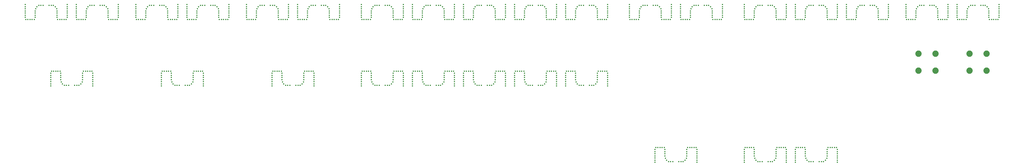
<source format=gbr>
G04 #@! TF.GenerationSoftware,KiCad,Pcbnew,(5.1.2)-2*
G04 #@! TF.CreationDate,2019-08-10T23:44:23-05:00*
G04 #@! TF.ProjectId,front_end,66726f6e-745f-4656-9e64-2e6b69636164,rev?*
G04 #@! TF.SameCoordinates,Original*
G04 #@! TF.FileFunction,Copper,L3,Inr*
G04 #@! TF.FilePolarity,Positive*
%FSLAX46Y46*%
G04 Gerber Fmt 4.6, Leading zero omitted, Abs format (unit mm)*
G04 Created by KiCad (PCBNEW (5.1.2)-2) date 2019-08-10 23:44:23*
%MOMM*%
%LPD*%
G04 APERTURE LIST*
%ADD10C,0.431800*%
%ADD11C,1.890000*%
G04 APERTURE END LIST*
D10*
X190576200Y-127762000D03*
X190576200Y-127127000D03*
X190576200Y-125857000D03*
X190576200Y-126492000D03*
X190576200Y-125222000D03*
X190576200Y-124587000D03*
X190576200Y-123952000D03*
X203123800Y-127762000D03*
X203123800Y-127127000D03*
X203123800Y-126492000D03*
X203123800Y-125857000D03*
X203123800Y-125222000D03*
X203123800Y-124587000D03*
X203123800Y-123952000D03*
X200101200Y-123952000D03*
X200101200Y-124587000D03*
X200101200Y-125222000D03*
X200101200Y-125857000D03*
X199974200Y-126517400D03*
X199593200Y-127127000D03*
X197764400Y-127541020D03*
X198399400Y-127541020D03*
X199034400Y-127541020D03*
X195300600Y-127541020D03*
X195935600Y-127541020D03*
X194106800Y-127127000D03*
X193598800Y-124587000D03*
X193598800Y-125222000D03*
X193598800Y-125857000D03*
X194665600Y-127541020D03*
X193725800Y-126517400D03*
X193598800Y-123952000D03*
X202285600Y-123342400D03*
X200380600Y-123342400D03*
X201650600Y-123342400D03*
X201015600Y-123342400D03*
X202920600Y-123342400D03*
X192760600Y-123342400D03*
X190855600Y-123342400D03*
X192125600Y-123342400D03*
X191490600Y-123342400D03*
X193395600Y-123342400D03*
X286943800Y-103378000D03*
X286943800Y-104013000D03*
X286943800Y-105283000D03*
X286943800Y-104648000D03*
X286943800Y-105918000D03*
X286943800Y-106553000D03*
X286943800Y-107188000D03*
X274396200Y-103378000D03*
X274396200Y-104013000D03*
X274396200Y-104648000D03*
X274396200Y-105283000D03*
X274396200Y-105918000D03*
X274396200Y-106553000D03*
X274396200Y-107188000D03*
X277418800Y-107188000D03*
X277418800Y-106553000D03*
X277418800Y-105918000D03*
X277418800Y-105283000D03*
X277545800Y-104622600D03*
X277926800Y-104013000D03*
X279755600Y-103598980D03*
X279120600Y-103598980D03*
X278485600Y-103598980D03*
X282219400Y-103598980D03*
X281584400Y-103598980D03*
X283413200Y-104013000D03*
X283921200Y-106553000D03*
X283921200Y-105918000D03*
X283921200Y-105283000D03*
X282854400Y-103598980D03*
X283794200Y-104622600D03*
X283921200Y-107188000D03*
X275234400Y-107797600D03*
X277139400Y-107797600D03*
X275869400Y-107797600D03*
X276504400Y-107797600D03*
X274599400Y-107797600D03*
X284759400Y-107797600D03*
X286664400Y-107797600D03*
X285394400Y-107797600D03*
X286029400Y-107797600D03*
X284124400Y-107797600D03*
X302183800Y-103378000D03*
X302183800Y-104013000D03*
X302183800Y-105283000D03*
X302183800Y-104648000D03*
X302183800Y-105918000D03*
X302183800Y-106553000D03*
X302183800Y-107188000D03*
X289636200Y-103378000D03*
X289636200Y-104013000D03*
X289636200Y-104648000D03*
X289636200Y-105283000D03*
X289636200Y-105918000D03*
X289636200Y-106553000D03*
X289636200Y-107188000D03*
X292658800Y-107188000D03*
X292658800Y-106553000D03*
X292658800Y-105918000D03*
X292658800Y-105283000D03*
X292785800Y-104622600D03*
X293166800Y-104013000D03*
X294995600Y-103598980D03*
X294360600Y-103598980D03*
X293725600Y-103598980D03*
X297459400Y-103598980D03*
X296824400Y-103598980D03*
X298653200Y-104013000D03*
X299161200Y-106553000D03*
X299161200Y-105918000D03*
X299161200Y-105283000D03*
X298094400Y-103598980D03*
X299034200Y-104622600D03*
X299161200Y-107188000D03*
X290474400Y-107797600D03*
X292379400Y-107797600D03*
X291109400Y-107797600D03*
X291744400Y-107797600D03*
X289839400Y-107797600D03*
X299999400Y-107797600D03*
X301904400Y-107797600D03*
X300634400Y-107797600D03*
X301269400Y-107797600D03*
X299364400Y-107797600D03*
X317423800Y-103378000D03*
X317423800Y-104013000D03*
X317423800Y-105283000D03*
X317423800Y-104648000D03*
X317423800Y-105918000D03*
X317423800Y-106553000D03*
X317423800Y-107188000D03*
X304876200Y-103378000D03*
X304876200Y-104013000D03*
X304876200Y-104648000D03*
X304876200Y-105283000D03*
X304876200Y-105918000D03*
X304876200Y-106553000D03*
X304876200Y-107188000D03*
X307898800Y-107188000D03*
X307898800Y-106553000D03*
X307898800Y-105918000D03*
X307898800Y-105283000D03*
X308025800Y-104622600D03*
X308406800Y-104013000D03*
X310235600Y-103598980D03*
X309600600Y-103598980D03*
X308965600Y-103598980D03*
X312699400Y-103598980D03*
X312064400Y-103598980D03*
X313893200Y-104013000D03*
X314401200Y-106553000D03*
X314401200Y-105918000D03*
X314401200Y-105283000D03*
X313334400Y-103598980D03*
X314274200Y-104622600D03*
X314401200Y-107188000D03*
X305714400Y-107797600D03*
X307619400Y-107797600D03*
X306349400Y-107797600D03*
X306984400Y-107797600D03*
X305079400Y-107797600D03*
X315239400Y-107797600D03*
X317144400Y-107797600D03*
X315874400Y-107797600D03*
X316509400Y-107797600D03*
X314604400Y-107797600D03*
X335203800Y-103378000D03*
X335203800Y-104013000D03*
X335203800Y-105283000D03*
X335203800Y-104648000D03*
X335203800Y-105918000D03*
X335203800Y-106553000D03*
X335203800Y-107188000D03*
X322656200Y-103378000D03*
X322656200Y-104013000D03*
X322656200Y-104648000D03*
X322656200Y-105283000D03*
X322656200Y-105918000D03*
X322656200Y-106553000D03*
X322656200Y-107188000D03*
X325678800Y-107188000D03*
X325678800Y-106553000D03*
X325678800Y-105918000D03*
X325678800Y-105283000D03*
X325805800Y-104622600D03*
X326186800Y-104013000D03*
X328015600Y-103598980D03*
X327380600Y-103598980D03*
X326745600Y-103598980D03*
X330479400Y-103598980D03*
X329844400Y-103598980D03*
X331673200Y-104013000D03*
X332181200Y-106553000D03*
X332181200Y-105918000D03*
X332181200Y-105283000D03*
X331114400Y-103598980D03*
X332054200Y-104622600D03*
X332181200Y-107188000D03*
X323494400Y-107797600D03*
X325399400Y-107797600D03*
X324129400Y-107797600D03*
X324764400Y-107797600D03*
X322859400Y-107797600D03*
X333019400Y-107797600D03*
X334924400Y-107797600D03*
X333654400Y-107797600D03*
X334289400Y-107797600D03*
X332384400Y-107797600D03*
X350443800Y-103378000D03*
X350443800Y-104013000D03*
X350443800Y-105283000D03*
X350443800Y-104648000D03*
X350443800Y-105918000D03*
X350443800Y-106553000D03*
X350443800Y-107188000D03*
X337896200Y-103378000D03*
X337896200Y-104013000D03*
X337896200Y-104648000D03*
X337896200Y-105283000D03*
X337896200Y-105918000D03*
X337896200Y-106553000D03*
X337896200Y-107188000D03*
X340918800Y-107188000D03*
X340918800Y-106553000D03*
X340918800Y-105918000D03*
X340918800Y-105283000D03*
X341045800Y-104622600D03*
X341426800Y-104013000D03*
X343255600Y-103598980D03*
X342620600Y-103598980D03*
X341985600Y-103598980D03*
X345719400Y-103598980D03*
X345084400Y-103598980D03*
X346913200Y-104013000D03*
X347421200Y-106553000D03*
X347421200Y-105918000D03*
X347421200Y-105283000D03*
X346354400Y-103598980D03*
X347294200Y-104622600D03*
X347421200Y-107188000D03*
X338734400Y-107797600D03*
X340639400Y-107797600D03*
X339369400Y-107797600D03*
X340004400Y-107797600D03*
X338099400Y-107797600D03*
X348259400Y-107797600D03*
X350164400Y-107797600D03*
X348894400Y-107797600D03*
X349529400Y-107797600D03*
X347624400Y-107797600D03*
X289636200Y-150622000D03*
X289636200Y-149987000D03*
X289636200Y-148717000D03*
X289636200Y-149352000D03*
X289636200Y-148082000D03*
X289636200Y-147447000D03*
X289636200Y-146812000D03*
X302183800Y-150622000D03*
X302183800Y-149987000D03*
X302183800Y-149352000D03*
X302183800Y-148717000D03*
X302183800Y-148082000D03*
X302183800Y-147447000D03*
X302183800Y-146812000D03*
X299161200Y-146812000D03*
X299161200Y-147447000D03*
X299161200Y-148082000D03*
X299161200Y-148717000D03*
X299034200Y-149377400D03*
X298653200Y-149987000D03*
X296824400Y-150401020D03*
X297459400Y-150401020D03*
X298094400Y-150401020D03*
X294360600Y-150401020D03*
X294995600Y-150401020D03*
X293166800Y-149987000D03*
X292658800Y-147447000D03*
X292658800Y-148082000D03*
X292658800Y-148717000D03*
X293725600Y-150401020D03*
X292785800Y-149377400D03*
X292658800Y-146812000D03*
X301345600Y-146202400D03*
X299440600Y-146202400D03*
X300710600Y-146202400D03*
X300075600Y-146202400D03*
X301980600Y-146202400D03*
X291820600Y-146202400D03*
X289915600Y-146202400D03*
X291185600Y-146202400D03*
X290550600Y-146202400D03*
X292455600Y-146202400D03*
D11*
X331470000Y-118110000D03*
X326390000Y-118110000D03*
X326390000Y-123190000D03*
X331470000Y-123190000D03*
X346710000Y-118110000D03*
X341630000Y-118110000D03*
X341630000Y-123190000D03*
X346710000Y-123190000D03*
D10*
X274396200Y-150622000D03*
X274396200Y-149987000D03*
X274396200Y-148717000D03*
X274396200Y-149352000D03*
X274396200Y-148082000D03*
X274396200Y-147447000D03*
X274396200Y-146812000D03*
X286943800Y-150622000D03*
X286943800Y-149987000D03*
X286943800Y-149352000D03*
X286943800Y-148717000D03*
X286943800Y-148082000D03*
X286943800Y-147447000D03*
X286943800Y-146812000D03*
X283921200Y-146812000D03*
X283921200Y-147447000D03*
X283921200Y-148082000D03*
X283921200Y-148717000D03*
X283794200Y-149377400D03*
X283413200Y-149987000D03*
X281584400Y-150401020D03*
X282219400Y-150401020D03*
X282854400Y-150401020D03*
X279120600Y-150401020D03*
X279755600Y-150401020D03*
X277926800Y-149987000D03*
X277418800Y-147447000D03*
X277418800Y-148082000D03*
X277418800Y-148717000D03*
X278485600Y-150401020D03*
X277545800Y-149377400D03*
X277418800Y-146812000D03*
X286105600Y-146202400D03*
X284200600Y-146202400D03*
X285470600Y-146202400D03*
X284835600Y-146202400D03*
X286740600Y-146202400D03*
X276580600Y-146202400D03*
X274675600Y-146202400D03*
X275945600Y-146202400D03*
X275310600Y-146202400D03*
X277215600Y-146202400D03*
X252653800Y-103378000D03*
X252653800Y-104013000D03*
X252653800Y-105283000D03*
X252653800Y-104648000D03*
X252653800Y-105918000D03*
X252653800Y-106553000D03*
X252653800Y-107188000D03*
X240106200Y-103378000D03*
X240106200Y-104013000D03*
X240106200Y-104648000D03*
X240106200Y-105283000D03*
X240106200Y-105918000D03*
X240106200Y-106553000D03*
X240106200Y-107188000D03*
X243128800Y-107188000D03*
X243128800Y-106553000D03*
X243128800Y-105918000D03*
X243128800Y-105283000D03*
X243255800Y-104622600D03*
X243636800Y-104013000D03*
X245465600Y-103598980D03*
X244830600Y-103598980D03*
X244195600Y-103598980D03*
X247929400Y-103598980D03*
X247294400Y-103598980D03*
X249123200Y-104013000D03*
X249631200Y-106553000D03*
X249631200Y-105918000D03*
X249631200Y-105283000D03*
X248564400Y-103598980D03*
X249504200Y-104622600D03*
X249631200Y-107188000D03*
X240944400Y-107797600D03*
X242849400Y-107797600D03*
X241579400Y-107797600D03*
X242214400Y-107797600D03*
X240309400Y-107797600D03*
X250469400Y-107797600D03*
X252374400Y-107797600D03*
X251104400Y-107797600D03*
X251739400Y-107797600D03*
X249834400Y-107797600D03*
X267893800Y-103378000D03*
X267893800Y-104013000D03*
X267893800Y-105283000D03*
X267893800Y-104648000D03*
X267893800Y-105918000D03*
X267893800Y-106553000D03*
X267893800Y-107188000D03*
X255346200Y-103378000D03*
X255346200Y-104013000D03*
X255346200Y-104648000D03*
X255346200Y-105283000D03*
X255346200Y-105918000D03*
X255346200Y-106553000D03*
X255346200Y-107188000D03*
X258368800Y-107188000D03*
X258368800Y-106553000D03*
X258368800Y-105918000D03*
X258368800Y-105283000D03*
X258495800Y-104622600D03*
X258876800Y-104013000D03*
X260705600Y-103598980D03*
X260070600Y-103598980D03*
X259435600Y-103598980D03*
X263169400Y-103598980D03*
X262534400Y-103598980D03*
X264363200Y-104013000D03*
X264871200Y-106553000D03*
X264871200Y-105918000D03*
X264871200Y-105283000D03*
X263804400Y-103598980D03*
X264744200Y-104622600D03*
X264871200Y-107188000D03*
X256184400Y-107797600D03*
X258089400Y-107797600D03*
X256819400Y-107797600D03*
X257454400Y-107797600D03*
X255549400Y-107797600D03*
X265709400Y-107797600D03*
X267614400Y-107797600D03*
X266344400Y-107797600D03*
X266979400Y-107797600D03*
X265074400Y-107797600D03*
X72313800Y-103378000D03*
X72313800Y-104013000D03*
X72313800Y-105283000D03*
X72313800Y-104648000D03*
X72313800Y-105918000D03*
X72313800Y-106553000D03*
X72313800Y-107188000D03*
X59766200Y-103378000D03*
X59766200Y-104013000D03*
X59766200Y-104648000D03*
X59766200Y-105283000D03*
X59766200Y-105918000D03*
X59766200Y-106553000D03*
X59766200Y-107188000D03*
X62788800Y-107188000D03*
X62788800Y-106553000D03*
X62788800Y-105918000D03*
X62788800Y-105283000D03*
X62915800Y-104622600D03*
X63296800Y-104013000D03*
X65125600Y-103598980D03*
X64490600Y-103598980D03*
X63855600Y-103598980D03*
X67589400Y-103598980D03*
X66954400Y-103598980D03*
X68783200Y-104013000D03*
X69291200Y-106553000D03*
X69291200Y-105918000D03*
X69291200Y-105283000D03*
X68224400Y-103598980D03*
X69164200Y-104622600D03*
X69291200Y-107188000D03*
X60604400Y-107797600D03*
X62509400Y-107797600D03*
X61239400Y-107797600D03*
X61874400Y-107797600D03*
X59969400Y-107797600D03*
X70129400Y-107797600D03*
X72034400Y-107797600D03*
X70764400Y-107797600D03*
X71399400Y-107797600D03*
X69494400Y-107797600D03*
X87553800Y-103378000D03*
X87553800Y-104013000D03*
X87553800Y-105283000D03*
X87553800Y-104648000D03*
X87553800Y-105918000D03*
X87553800Y-106553000D03*
X87553800Y-107188000D03*
X75006200Y-103378000D03*
X75006200Y-104013000D03*
X75006200Y-104648000D03*
X75006200Y-105283000D03*
X75006200Y-105918000D03*
X75006200Y-106553000D03*
X75006200Y-107188000D03*
X78028800Y-107188000D03*
X78028800Y-106553000D03*
X78028800Y-105918000D03*
X78028800Y-105283000D03*
X78155800Y-104622600D03*
X78536800Y-104013000D03*
X80365600Y-103598980D03*
X79730600Y-103598980D03*
X79095600Y-103598980D03*
X82829400Y-103598980D03*
X82194400Y-103598980D03*
X84023200Y-104013000D03*
X84531200Y-106553000D03*
X84531200Y-105918000D03*
X84531200Y-105283000D03*
X83464400Y-103598980D03*
X84404200Y-104622600D03*
X84531200Y-107188000D03*
X75844400Y-107797600D03*
X77749400Y-107797600D03*
X76479400Y-107797600D03*
X77114400Y-107797600D03*
X75209400Y-107797600D03*
X85369400Y-107797600D03*
X87274400Y-107797600D03*
X86004400Y-107797600D03*
X86639400Y-107797600D03*
X84734400Y-107797600D03*
X105333800Y-103378000D03*
X105333800Y-104013000D03*
X105333800Y-105283000D03*
X105333800Y-104648000D03*
X105333800Y-105918000D03*
X105333800Y-106553000D03*
X105333800Y-107188000D03*
X92786200Y-103378000D03*
X92786200Y-104013000D03*
X92786200Y-104648000D03*
X92786200Y-105283000D03*
X92786200Y-105918000D03*
X92786200Y-106553000D03*
X92786200Y-107188000D03*
X95808800Y-107188000D03*
X95808800Y-106553000D03*
X95808800Y-105918000D03*
X95808800Y-105283000D03*
X95935800Y-104622600D03*
X96316800Y-104013000D03*
X98145600Y-103598980D03*
X97510600Y-103598980D03*
X96875600Y-103598980D03*
X100609400Y-103598980D03*
X99974400Y-103598980D03*
X101803200Y-104013000D03*
X102311200Y-106553000D03*
X102311200Y-105918000D03*
X102311200Y-105283000D03*
X101244400Y-103598980D03*
X102184200Y-104622600D03*
X102311200Y-107188000D03*
X93624400Y-107797600D03*
X95529400Y-107797600D03*
X94259400Y-107797600D03*
X94894400Y-107797600D03*
X92989400Y-107797600D03*
X103149400Y-107797600D03*
X105054400Y-107797600D03*
X103784400Y-107797600D03*
X104419400Y-107797600D03*
X102514400Y-107797600D03*
X120573800Y-103378000D03*
X120573800Y-104013000D03*
X120573800Y-105283000D03*
X120573800Y-104648000D03*
X120573800Y-105918000D03*
X120573800Y-106553000D03*
X120573800Y-107188000D03*
X108026200Y-103378000D03*
X108026200Y-104013000D03*
X108026200Y-104648000D03*
X108026200Y-105283000D03*
X108026200Y-105918000D03*
X108026200Y-106553000D03*
X108026200Y-107188000D03*
X111048800Y-107188000D03*
X111048800Y-106553000D03*
X111048800Y-105918000D03*
X111048800Y-105283000D03*
X111175800Y-104622600D03*
X111556800Y-104013000D03*
X113385600Y-103598980D03*
X112750600Y-103598980D03*
X112115600Y-103598980D03*
X115849400Y-103598980D03*
X115214400Y-103598980D03*
X117043200Y-104013000D03*
X117551200Y-106553000D03*
X117551200Y-105918000D03*
X117551200Y-105283000D03*
X116484400Y-103598980D03*
X117424200Y-104622600D03*
X117551200Y-107188000D03*
X108864400Y-107797600D03*
X110769400Y-107797600D03*
X109499400Y-107797600D03*
X110134400Y-107797600D03*
X108229400Y-107797600D03*
X118389400Y-107797600D03*
X120294400Y-107797600D03*
X119024400Y-107797600D03*
X119659400Y-107797600D03*
X117754400Y-107797600D03*
X138353800Y-103378000D03*
X138353800Y-104013000D03*
X138353800Y-105283000D03*
X138353800Y-104648000D03*
X138353800Y-105918000D03*
X138353800Y-106553000D03*
X138353800Y-107188000D03*
X125806200Y-103378000D03*
X125806200Y-104013000D03*
X125806200Y-104648000D03*
X125806200Y-105283000D03*
X125806200Y-105918000D03*
X125806200Y-106553000D03*
X125806200Y-107188000D03*
X128828800Y-107188000D03*
X128828800Y-106553000D03*
X128828800Y-105918000D03*
X128828800Y-105283000D03*
X128955800Y-104622600D03*
X129336800Y-104013000D03*
X131165600Y-103598980D03*
X130530600Y-103598980D03*
X129895600Y-103598980D03*
X133629400Y-103598980D03*
X132994400Y-103598980D03*
X134823200Y-104013000D03*
X135331200Y-106553000D03*
X135331200Y-105918000D03*
X135331200Y-105283000D03*
X134264400Y-103598980D03*
X135204200Y-104622600D03*
X135331200Y-107188000D03*
X126644400Y-107797600D03*
X128549400Y-107797600D03*
X127279400Y-107797600D03*
X127914400Y-107797600D03*
X126009400Y-107797600D03*
X136169400Y-107797600D03*
X138074400Y-107797600D03*
X136804400Y-107797600D03*
X137439400Y-107797600D03*
X135534400Y-107797600D03*
X153593800Y-103378000D03*
X153593800Y-104013000D03*
X153593800Y-105283000D03*
X153593800Y-104648000D03*
X153593800Y-105918000D03*
X153593800Y-106553000D03*
X153593800Y-107188000D03*
X141046200Y-103378000D03*
X141046200Y-104013000D03*
X141046200Y-104648000D03*
X141046200Y-105283000D03*
X141046200Y-105918000D03*
X141046200Y-106553000D03*
X141046200Y-107188000D03*
X144068800Y-107188000D03*
X144068800Y-106553000D03*
X144068800Y-105918000D03*
X144068800Y-105283000D03*
X144195800Y-104622600D03*
X144576800Y-104013000D03*
X146405600Y-103598980D03*
X145770600Y-103598980D03*
X145135600Y-103598980D03*
X148869400Y-103598980D03*
X148234400Y-103598980D03*
X150063200Y-104013000D03*
X150571200Y-106553000D03*
X150571200Y-105918000D03*
X150571200Y-105283000D03*
X149504400Y-103598980D03*
X150444200Y-104622600D03*
X150571200Y-107188000D03*
X141884400Y-107797600D03*
X143789400Y-107797600D03*
X142519400Y-107797600D03*
X143154400Y-107797600D03*
X141249400Y-107797600D03*
X151409400Y-107797600D03*
X153314400Y-107797600D03*
X152044400Y-107797600D03*
X152679400Y-107797600D03*
X150774400Y-107797600D03*
X67386200Y-127762000D03*
X67386200Y-127127000D03*
X67386200Y-125857000D03*
X67386200Y-126492000D03*
X67386200Y-125222000D03*
X67386200Y-124587000D03*
X67386200Y-123952000D03*
X79933800Y-127762000D03*
X79933800Y-127127000D03*
X79933800Y-126492000D03*
X79933800Y-125857000D03*
X79933800Y-125222000D03*
X79933800Y-124587000D03*
X79933800Y-123952000D03*
X76911200Y-123952000D03*
X76911200Y-124587000D03*
X76911200Y-125222000D03*
X76911200Y-125857000D03*
X76784200Y-126517400D03*
X76403200Y-127127000D03*
X74574400Y-127541020D03*
X75209400Y-127541020D03*
X75844400Y-127541020D03*
X72110600Y-127541020D03*
X72745600Y-127541020D03*
X70916800Y-127127000D03*
X70408800Y-124587000D03*
X70408800Y-125222000D03*
X70408800Y-125857000D03*
X71475600Y-127541020D03*
X70535800Y-126517400D03*
X70408800Y-123952000D03*
X79095600Y-123342400D03*
X77190600Y-123342400D03*
X78460600Y-123342400D03*
X77825600Y-123342400D03*
X79730600Y-123342400D03*
X69570600Y-123342400D03*
X67665600Y-123342400D03*
X68935600Y-123342400D03*
X68300600Y-123342400D03*
X70205600Y-123342400D03*
X100406200Y-127762000D03*
X100406200Y-127127000D03*
X100406200Y-125857000D03*
X100406200Y-126492000D03*
X100406200Y-125222000D03*
X100406200Y-124587000D03*
X100406200Y-123952000D03*
X112953800Y-127762000D03*
X112953800Y-127127000D03*
X112953800Y-126492000D03*
X112953800Y-125857000D03*
X112953800Y-125222000D03*
X112953800Y-124587000D03*
X112953800Y-123952000D03*
X109931200Y-123952000D03*
X109931200Y-124587000D03*
X109931200Y-125222000D03*
X109931200Y-125857000D03*
X109804200Y-126517400D03*
X109423200Y-127127000D03*
X107594400Y-127541020D03*
X108229400Y-127541020D03*
X108864400Y-127541020D03*
X105130600Y-127541020D03*
X105765600Y-127541020D03*
X103936800Y-127127000D03*
X103428800Y-124587000D03*
X103428800Y-125222000D03*
X103428800Y-125857000D03*
X104495600Y-127541020D03*
X103555800Y-126517400D03*
X103428800Y-123952000D03*
X112115600Y-123342400D03*
X110210600Y-123342400D03*
X111480600Y-123342400D03*
X110845600Y-123342400D03*
X112750600Y-123342400D03*
X102590600Y-123342400D03*
X100685600Y-123342400D03*
X101955600Y-123342400D03*
X101320600Y-123342400D03*
X103225600Y-123342400D03*
X133426200Y-127762000D03*
X133426200Y-127127000D03*
X133426200Y-125857000D03*
X133426200Y-126492000D03*
X133426200Y-125222000D03*
X133426200Y-124587000D03*
X133426200Y-123952000D03*
X145973800Y-127762000D03*
X145973800Y-127127000D03*
X145973800Y-126492000D03*
X145973800Y-125857000D03*
X145973800Y-125222000D03*
X145973800Y-124587000D03*
X145973800Y-123952000D03*
X142951200Y-123952000D03*
X142951200Y-124587000D03*
X142951200Y-125222000D03*
X142951200Y-125857000D03*
X142824200Y-126517400D03*
X142443200Y-127127000D03*
X140614400Y-127541020D03*
X141249400Y-127541020D03*
X141884400Y-127541020D03*
X138150600Y-127541020D03*
X138785600Y-127541020D03*
X136956800Y-127127000D03*
X136448800Y-124587000D03*
X136448800Y-125222000D03*
X136448800Y-125857000D03*
X137515600Y-127541020D03*
X136575800Y-126517400D03*
X136448800Y-123952000D03*
X145135600Y-123342400D03*
X143230600Y-123342400D03*
X144500600Y-123342400D03*
X143865600Y-123342400D03*
X145770600Y-123342400D03*
X135610600Y-123342400D03*
X133705600Y-123342400D03*
X134975600Y-123342400D03*
X134340600Y-123342400D03*
X136245600Y-123342400D03*
X247726200Y-150622000D03*
X247726200Y-149987000D03*
X247726200Y-148717000D03*
X247726200Y-149352000D03*
X247726200Y-148082000D03*
X247726200Y-147447000D03*
X247726200Y-146812000D03*
X260273800Y-150622000D03*
X260273800Y-149987000D03*
X260273800Y-149352000D03*
X260273800Y-148717000D03*
X260273800Y-148082000D03*
X260273800Y-147447000D03*
X260273800Y-146812000D03*
X257251200Y-146812000D03*
X257251200Y-147447000D03*
X257251200Y-148082000D03*
X257251200Y-148717000D03*
X257124200Y-149377400D03*
X256743200Y-149987000D03*
X254914400Y-150401020D03*
X255549400Y-150401020D03*
X256184400Y-150401020D03*
X252450600Y-150401020D03*
X253085600Y-150401020D03*
X251256800Y-149987000D03*
X250748800Y-147447000D03*
X250748800Y-148082000D03*
X250748800Y-148717000D03*
X251815600Y-150401020D03*
X250875800Y-149377400D03*
X250748800Y-146812000D03*
X259435600Y-146202400D03*
X257530600Y-146202400D03*
X258800600Y-146202400D03*
X258165600Y-146202400D03*
X260070600Y-146202400D03*
X249910600Y-146202400D03*
X248005600Y-146202400D03*
X249275600Y-146202400D03*
X248640600Y-146202400D03*
X250545600Y-146202400D03*
X172643800Y-103378000D03*
X172643800Y-104013000D03*
X172643800Y-105283000D03*
X172643800Y-104648000D03*
X172643800Y-105918000D03*
X172643800Y-106553000D03*
X172643800Y-107188000D03*
X160096200Y-103378000D03*
X160096200Y-104013000D03*
X160096200Y-104648000D03*
X160096200Y-105283000D03*
X160096200Y-105918000D03*
X160096200Y-106553000D03*
X160096200Y-107188000D03*
X163118800Y-107188000D03*
X163118800Y-106553000D03*
X163118800Y-105918000D03*
X163118800Y-105283000D03*
X163245800Y-104622600D03*
X163626800Y-104013000D03*
X165455600Y-103598980D03*
X164820600Y-103598980D03*
X164185600Y-103598980D03*
X167919400Y-103598980D03*
X167284400Y-103598980D03*
X169113200Y-104013000D03*
X169621200Y-106553000D03*
X169621200Y-105918000D03*
X169621200Y-105283000D03*
X168554400Y-103598980D03*
X169494200Y-104622600D03*
X169621200Y-107188000D03*
X160934400Y-107797600D03*
X162839400Y-107797600D03*
X161569400Y-107797600D03*
X162204400Y-107797600D03*
X160299400Y-107797600D03*
X170459400Y-107797600D03*
X172364400Y-107797600D03*
X171094400Y-107797600D03*
X171729400Y-107797600D03*
X169824400Y-107797600D03*
X187883800Y-103378000D03*
X187883800Y-104013000D03*
X187883800Y-105283000D03*
X187883800Y-104648000D03*
X187883800Y-105918000D03*
X187883800Y-106553000D03*
X187883800Y-107188000D03*
X175336200Y-103378000D03*
X175336200Y-104013000D03*
X175336200Y-104648000D03*
X175336200Y-105283000D03*
X175336200Y-105918000D03*
X175336200Y-106553000D03*
X175336200Y-107188000D03*
X178358800Y-107188000D03*
X178358800Y-106553000D03*
X178358800Y-105918000D03*
X178358800Y-105283000D03*
X178485800Y-104622600D03*
X178866800Y-104013000D03*
X180695600Y-103598980D03*
X180060600Y-103598980D03*
X179425600Y-103598980D03*
X183159400Y-103598980D03*
X182524400Y-103598980D03*
X184353200Y-104013000D03*
X184861200Y-106553000D03*
X184861200Y-105918000D03*
X184861200Y-105283000D03*
X183794400Y-103598980D03*
X184734200Y-104622600D03*
X184861200Y-107188000D03*
X176174400Y-107797600D03*
X178079400Y-107797600D03*
X176809400Y-107797600D03*
X177444400Y-107797600D03*
X175539400Y-107797600D03*
X185699400Y-107797600D03*
X187604400Y-107797600D03*
X186334400Y-107797600D03*
X186969400Y-107797600D03*
X185064400Y-107797600D03*
X203123800Y-103378000D03*
X203123800Y-104013000D03*
X203123800Y-105283000D03*
X203123800Y-104648000D03*
X203123800Y-105918000D03*
X203123800Y-106553000D03*
X203123800Y-107188000D03*
X190576200Y-103378000D03*
X190576200Y-104013000D03*
X190576200Y-104648000D03*
X190576200Y-105283000D03*
X190576200Y-105918000D03*
X190576200Y-106553000D03*
X190576200Y-107188000D03*
X193598800Y-107188000D03*
X193598800Y-106553000D03*
X193598800Y-105918000D03*
X193598800Y-105283000D03*
X193725800Y-104622600D03*
X194106800Y-104013000D03*
X195935600Y-103598980D03*
X195300600Y-103598980D03*
X194665600Y-103598980D03*
X198399400Y-103598980D03*
X197764400Y-103598980D03*
X199593200Y-104013000D03*
X200101200Y-106553000D03*
X200101200Y-105918000D03*
X200101200Y-105283000D03*
X199034400Y-103598980D03*
X199974200Y-104622600D03*
X200101200Y-107188000D03*
X191414400Y-107797600D03*
X193319400Y-107797600D03*
X192049400Y-107797600D03*
X192684400Y-107797600D03*
X190779400Y-107797600D03*
X200939400Y-107797600D03*
X202844400Y-107797600D03*
X201574400Y-107797600D03*
X202209400Y-107797600D03*
X200304400Y-107797600D03*
X218363800Y-103378000D03*
X218363800Y-104013000D03*
X218363800Y-105283000D03*
X218363800Y-104648000D03*
X218363800Y-105918000D03*
X218363800Y-106553000D03*
X218363800Y-107188000D03*
X205816200Y-103378000D03*
X205816200Y-104013000D03*
X205816200Y-104648000D03*
X205816200Y-105283000D03*
X205816200Y-105918000D03*
X205816200Y-106553000D03*
X205816200Y-107188000D03*
X208838800Y-107188000D03*
X208838800Y-106553000D03*
X208838800Y-105918000D03*
X208838800Y-105283000D03*
X208965800Y-104622600D03*
X209346800Y-104013000D03*
X211175600Y-103598980D03*
X210540600Y-103598980D03*
X209905600Y-103598980D03*
X213639400Y-103598980D03*
X213004400Y-103598980D03*
X214833200Y-104013000D03*
X215341200Y-106553000D03*
X215341200Y-105918000D03*
X215341200Y-105283000D03*
X214274400Y-103598980D03*
X215214200Y-104622600D03*
X215341200Y-107188000D03*
X206654400Y-107797600D03*
X208559400Y-107797600D03*
X207289400Y-107797600D03*
X207924400Y-107797600D03*
X206019400Y-107797600D03*
X216179400Y-107797600D03*
X218084400Y-107797600D03*
X216814400Y-107797600D03*
X217449400Y-107797600D03*
X215544400Y-107797600D03*
X221056200Y-127762000D03*
X221056200Y-127127000D03*
X221056200Y-125857000D03*
X221056200Y-126492000D03*
X221056200Y-125222000D03*
X221056200Y-124587000D03*
X221056200Y-123952000D03*
X233603800Y-127762000D03*
X233603800Y-127127000D03*
X233603800Y-126492000D03*
X233603800Y-125857000D03*
X233603800Y-125222000D03*
X233603800Y-124587000D03*
X233603800Y-123952000D03*
X230581200Y-123952000D03*
X230581200Y-124587000D03*
X230581200Y-125222000D03*
X230581200Y-125857000D03*
X230454200Y-126517400D03*
X230073200Y-127127000D03*
X228244400Y-127541020D03*
X228879400Y-127541020D03*
X229514400Y-127541020D03*
X225780600Y-127541020D03*
X226415600Y-127541020D03*
X224586800Y-127127000D03*
X224078800Y-124587000D03*
X224078800Y-125222000D03*
X224078800Y-125857000D03*
X225145600Y-127541020D03*
X224205800Y-126517400D03*
X224078800Y-123952000D03*
X232765600Y-123342400D03*
X230860600Y-123342400D03*
X232130600Y-123342400D03*
X231495600Y-123342400D03*
X233400600Y-123342400D03*
X223240600Y-123342400D03*
X221335600Y-123342400D03*
X222605600Y-123342400D03*
X221970600Y-123342400D03*
X223875600Y-123342400D03*
X160096200Y-127762000D03*
X160096200Y-127127000D03*
X160096200Y-125857000D03*
X160096200Y-126492000D03*
X160096200Y-125222000D03*
X160096200Y-124587000D03*
X160096200Y-123952000D03*
X172643800Y-127762000D03*
X172643800Y-127127000D03*
X172643800Y-126492000D03*
X172643800Y-125857000D03*
X172643800Y-125222000D03*
X172643800Y-124587000D03*
X172643800Y-123952000D03*
X169621200Y-123952000D03*
X169621200Y-124587000D03*
X169621200Y-125222000D03*
X169621200Y-125857000D03*
X169494200Y-126517400D03*
X169113200Y-127127000D03*
X167284400Y-127541020D03*
X167919400Y-127541020D03*
X168554400Y-127541020D03*
X164820600Y-127541020D03*
X165455600Y-127541020D03*
X163626800Y-127127000D03*
X163118800Y-124587000D03*
X163118800Y-125222000D03*
X163118800Y-125857000D03*
X164185600Y-127541020D03*
X163245800Y-126517400D03*
X163118800Y-123952000D03*
X171805600Y-123342400D03*
X169900600Y-123342400D03*
X171170600Y-123342400D03*
X170535600Y-123342400D03*
X172440600Y-123342400D03*
X162280600Y-123342400D03*
X160375600Y-123342400D03*
X161645600Y-123342400D03*
X161010600Y-123342400D03*
X162915600Y-123342400D03*
X175336200Y-127762000D03*
X175336200Y-127127000D03*
X175336200Y-125857000D03*
X175336200Y-126492000D03*
X175336200Y-125222000D03*
X175336200Y-124587000D03*
X175336200Y-123952000D03*
X187883800Y-127762000D03*
X187883800Y-127127000D03*
X187883800Y-126492000D03*
X187883800Y-125857000D03*
X187883800Y-125222000D03*
X187883800Y-124587000D03*
X187883800Y-123952000D03*
X184861200Y-123952000D03*
X184861200Y-124587000D03*
X184861200Y-125222000D03*
X184861200Y-125857000D03*
X184734200Y-126517400D03*
X184353200Y-127127000D03*
X182524400Y-127541020D03*
X183159400Y-127541020D03*
X183794400Y-127541020D03*
X180060600Y-127541020D03*
X180695600Y-127541020D03*
X178866800Y-127127000D03*
X178358800Y-124587000D03*
X178358800Y-125222000D03*
X178358800Y-125857000D03*
X179425600Y-127541020D03*
X178485800Y-126517400D03*
X178358800Y-123952000D03*
X187045600Y-123342400D03*
X185140600Y-123342400D03*
X186410600Y-123342400D03*
X185775600Y-123342400D03*
X187680600Y-123342400D03*
X177520600Y-123342400D03*
X175615600Y-123342400D03*
X176885600Y-123342400D03*
X176250600Y-123342400D03*
X178155600Y-123342400D03*
X205816200Y-127762000D03*
X205816200Y-127127000D03*
X205816200Y-125857000D03*
X205816200Y-126492000D03*
X205816200Y-125222000D03*
X205816200Y-124587000D03*
X205816200Y-123952000D03*
X218363800Y-127762000D03*
X218363800Y-127127000D03*
X218363800Y-126492000D03*
X218363800Y-125857000D03*
X218363800Y-125222000D03*
X218363800Y-124587000D03*
X218363800Y-123952000D03*
X215341200Y-123952000D03*
X215341200Y-124587000D03*
X215341200Y-125222000D03*
X215341200Y-125857000D03*
X215214200Y-126517400D03*
X214833200Y-127127000D03*
X213004400Y-127541020D03*
X213639400Y-127541020D03*
X214274400Y-127541020D03*
X210540600Y-127541020D03*
X211175600Y-127541020D03*
X209346800Y-127127000D03*
X208838800Y-124587000D03*
X208838800Y-125222000D03*
X208838800Y-125857000D03*
X209905600Y-127541020D03*
X208965800Y-126517400D03*
X208838800Y-123952000D03*
X217525600Y-123342400D03*
X215620600Y-123342400D03*
X216890600Y-123342400D03*
X216255600Y-123342400D03*
X218160600Y-123342400D03*
X208000600Y-123342400D03*
X206095600Y-123342400D03*
X207365600Y-123342400D03*
X206730600Y-123342400D03*
X208635600Y-123342400D03*
X233603800Y-103378000D03*
X233603800Y-104013000D03*
X233603800Y-105283000D03*
X233603800Y-104648000D03*
X233603800Y-105918000D03*
X233603800Y-106553000D03*
X233603800Y-107188000D03*
X221056200Y-103378000D03*
X221056200Y-104013000D03*
X221056200Y-104648000D03*
X221056200Y-105283000D03*
X221056200Y-105918000D03*
X221056200Y-106553000D03*
X221056200Y-107188000D03*
X224078800Y-107188000D03*
X224078800Y-106553000D03*
X224078800Y-105918000D03*
X224078800Y-105283000D03*
X224205800Y-104622600D03*
X224586800Y-104013000D03*
X226415600Y-103598980D03*
X225780600Y-103598980D03*
X225145600Y-103598980D03*
X228879400Y-103598980D03*
X228244400Y-103598980D03*
X230073200Y-104013000D03*
X230581200Y-106553000D03*
X230581200Y-105918000D03*
X230581200Y-105283000D03*
X229514400Y-103598980D03*
X230454200Y-104622600D03*
X230581200Y-107188000D03*
X221894400Y-107797600D03*
X223799400Y-107797600D03*
X222529400Y-107797600D03*
X223164400Y-107797600D03*
X221259400Y-107797600D03*
X231419400Y-107797600D03*
X233324400Y-107797600D03*
X232054400Y-107797600D03*
X232689400Y-107797600D03*
X230784400Y-107797600D03*
M02*

</source>
